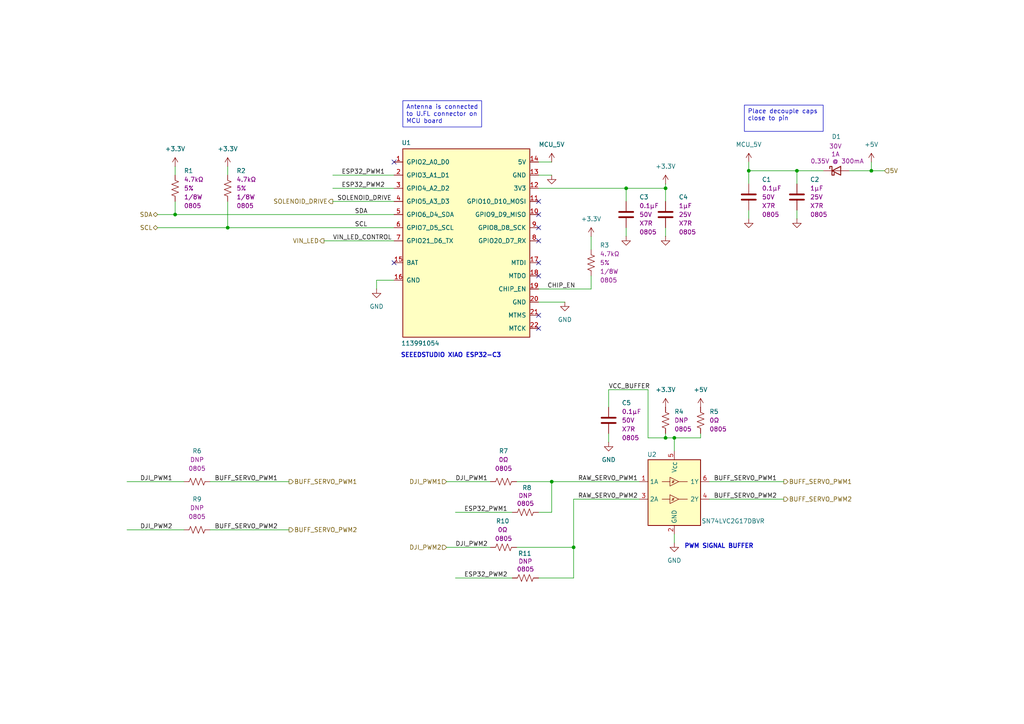
<source format=kicad_sch>
(kicad_sch (version 20231120) (generator "eeschema") (generator_version "8.0")
  (paper "A4")
  (lib_symbols
    (symbol "74xGxx:SN74LVC2G17DBVR"
      (property "Reference" "U" (at -7.874 10.414 0))
      (property "Value" "SN74LVC2G17DBVR" (at -26.67 -9.144 0))
      (symbol "SN74LVC2G17DBVR_1_1"
        (rectangle (start -7.62 8.89) (end 7.62 -10.16) (stroke (width 0.254)) (fill (type background)))
        (polyline (pts (xy -1.27 -2.54) (xy -3.556 -2.54)))
        (polyline (pts (xy -1.27 2.54) (xy -3.556 2.54)))
        (polyline (pts (xy -0.2541 -2.3376) (xy -0.0001 -2.3376)))
        (polyline (pts (xy -0.2258 2.7653) (xy 0.0282 2.7653)))
        (polyline (pts (xy 1.27 -2.54) (xy 3.81 -2.54)))
        (polyline (pts (xy 1.27 2.54) (xy 3.81 2.54)))
        (polyline (pts (xy -1.27 -1.27) (xy 1.27 -2.54) (xy -1.27 -3.81) (xy -1.27 -1.27)))
        (polyline (pts (xy -1.27 3.81) (xy 1.27 2.54) (xy -1.27 1.27) (xy -1.27 3.81)))
        (polyline (pts (xy -0.5081 -2.8456) (xy -0.5081 -2.3376) (xy -0.2541 -2.3376) (xy -0.2541 -2.8456) (xy -0.7621 -2.8456)))
        (polyline (pts (xy -0.4798 2.2573) (xy -0.4798 2.7653) (xy -0.2258 2.7653) (xy -0.2258 2.2573) (xy -0.7338 2.2573)))
        (pin input line (at -10.16 2.54 0) (length 2.54) (name "1A") (number "1"))
        (pin power_in line (at 0 -12.7 90) (length 2.54) (name "GND") (number "2"))
        (pin input line (at -10.16 -2.54 0) (length 2.54) (name "2A") (number "3"))
        (pin output line (at 10.16 -2.54 180) (length 2.54) (name "2Y") (number "4"))
        (pin power_in line (at 0 11.43 270) (length 2.54) (name "V_{CC}") (number "5"))
        (pin output line (at 10.16 2.54 180) (length 2.54) (name "1Y") (number "6"))
      )
    )
    (symbol "Capacitors_MLCC:CL21B104KBCNNNC" (pin_numbers hide) (pin_names (offset 0.254) hide)
      (property "Reference" "C" (at 4.826 4.318 0))
      (property "Capacitance" "0.1µF" (at 4.826 2.286 0))
      (property "Rated Voltage" "50V" (at 4.826 0 0))
      (property "Temperature Coefficient" "X7R" (at 4.826 -2.032 0))
      (property "Package" "0805" (at 4.826 -4.064 0))
      (symbol "CL21B104KBCNNNC_0_1"
        (polyline (pts (xy -2.032 -0.762) (xy 2.032 -0.762)) (stroke (width 0.508)))
        (polyline (pts (xy -2.032 0.762) (xy 2.032 0.762)) (stroke (width 0.508)))
      )
      (symbol "CL21B104KBCNNNC_1_1"
        (pin passive line (at 0 3.81 270) (length 2.794) (name "~") (number "1"))
        (pin passive line (at 0 -3.81 90) (length 2.794) (name "~") (number "2"))
      )
    )
    (symbol "Capacitors_MLCC:CL21B105KAFNNNE" (pin_numbers hide) (pin_names (offset 0.254) hide)
      (property "Reference" "C" (at 4.826 4.318 0))
      (property "Capacitance" "1µF" (at 4.826 2.286 0))
      (property "Rated Voltage" "25V" (at 4.826 0 0))
      (property "Temperature Coefficient" "X7R" (at 4.826 -2.032 0))
      (property "Package" "0805" (at 4.826 -4.064 0))
      (symbol "CL21B105KAFNNNE_0_1"
        (polyline (pts (xy -2.032 -0.762) (xy 2.032 -0.762)) (stroke (width 0.508)))
        (polyline (pts (xy -2.032 0.762) (xy 2.032 0.762)) (stroke (width 0.508)))
      )
      (symbol "CL21B105KAFNNNE_1_1"
        (pin passive line (at 0 3.81 270) (length 2.794) (name "~") (number "1"))
        (pin passive line (at 0 -3.81 90) (length 2.794) (name "~") (number "2"))
      )
    )
    (symbol "Diode:MSS1P3L-M3/89A" (pin_numbers hide) (pin_names (offset 1.016) hide)
      (property "Reference" "D" (at 3.048 2.794 0))
      (property "Voltage - DC Reverse (Vr) (Max) " "30V" (at 2.286 0.762 0))
      (property "Current - Average Rectified (Io) " "1A" (at 2.286 -1.524 0))
      (symbol "MSS1P3L-M3/89A_0_1"
        (polyline (pts (xy 0 -1.27) (xy 0 1.27)))
        (polyline (pts (xy 1.27 -1.27) (xy -1.27 -1.27) (xy 0 1.27) (xy 1.27 -1.27)) (stroke (width 0.254)))
        (polyline (pts (xy 0.635 1.905) (xy 1.27 1.905) (xy 1.27 1.27) (xy -1.27 1.27) (xy -1.27 0.635) (xy -0.635 0.635)) (stroke (width 0.254)))
      )
      (symbol "MSS1P3L-M3/89A_1_1"
        (pin passive line (at 0 3.81 270) (length 2.54) (name "K") (number "1"))
        (pin passive line (at 0 -3.81 90) (length 2.54) (name "A") (number "2"))
      )
    )
    (symbol "MCU_SeeedStudio_XIAO:XIAO-ESP32-C3-SMD" (pin_names (offset 1.016))
      (property "Reference" "U" (at -17.272 17.018 0))
      (property "Value" "113991054" (at -12.7 -41.148 0))
      (symbol "XIAO-ESP32-C3-SMD_1_1"
        (rectangle (start -17.78 15.24) (end 19.05 -39.37) (stroke (width 0.254)) (fill (type background)))
        (pin passive line (at -20.32 11.43 0) (length 2.54) (name "GPIO2_A0_D0") (number "1"))
        (pin passive line (at 21.59 -3.81 180) (length 2.54) (name "GPIO9_D9_MISO") (number "10"))
        (pin passive line (at 21.59 0 180) (length 2.54) (name "GPIO10_D10_MOSI") (number "11"))
        (pin passive line (at 21.59 3.81 180) (length 2.54) (name "3V3") (number "12"))
        (pin passive line (at 21.59 7.62 180) (length 2.54) (name "GND") (number "13"))
        (pin passive line (at 21.59 11.43 180) (length 2.54) (name "5V") (number "14"))
        (pin passive line (at -20.32 -17.78 0) (length 2.54) (name "BAT") (number "15"))
        (pin passive line (at -20.32 -22.86 0) (length 2.54) (name "GND") (number "16"))
        (pin passive line (at 21.59 -17.78 180) (length 2.54) (name "MTDI") (number "17"))
        (pin passive line (at 21.59 -21.59 180) (length 2.54) (name "MTDO") (number "18"))
        (pin passive line (at 21.59 -25.4 180) (length 2.54) (name "CHIP_EN") (number "19"))
        (pin passive line (at -20.32 7.62 0) (length 2.54) (name "GPIO3_A1_D1") (number "2"))
        (pin passive line (at 21.59 -29.21 180) (length 2.54) (name "GND") (number "20"))
        (pin passive line (at 21.59 -33.02 180) (length 2.54) (name "MTMS") (number "21"))
        (pin passive line (at 21.59 -36.83 180) (length 2.54) (name "MTCK") (number "22"))
        (pin passive line (at -20.32 3.81 0) (length 2.54) (name "GPIO4_A2_D2") (number "3"))
        (pin passive line (at -20.32 0 0) (length 2.54) (name "GPIO5_A3_D3") (number "4"))
        (pin passive line (at -20.32 -3.81 0) (length 2.54) (name "GPIO6_D4_SDA") (number "5"))
        (pin passive line (at -20.32 -7.62 0) (length 2.54) (name "GPIO7_D5_SCL") (number "6"))
        (pin passive line (at -20.32 -11.43 0) (length 2.54) (name "GPIO21_D6_TX") (number "7"))
        (pin passive line (at 21.59 -11.43 180) (length 2.54) (name "GPIO20_D7_RX") (number "8"))
        (pin passive line (at 21.59 -7.62 180) (length 2.54) (name "GPIO8_D8_SCK") (number "9"))
      )
    )
    (symbol "Resistors:DNP_0805" (pin_numbers hide) (pin_names (offset 1.016) hide)
      (property "Reference" "R" (at 2.54 3.556 0))
      (property "Resistance" "DNP" (at 2.54 2.032 0))
      (property "Package" "0805" (at 2.54 -3.048 0))
      (symbol "DNP_0805_0_1"
        (polyline (pts (xy 0 -2.286) (xy 0 -2.54)))
        (polyline (pts (xy 0 2.286) (xy 0 2.54)))
        (polyline (pts (xy 0 -0.762) (xy 1.016 -1.143) (xy 0 -1.524) (xy -1.016 -1.905) (xy 0 -2.286)))
        (polyline (pts (xy 0 0.762) (xy 1.016 0.381) (xy 0 0) (xy -1.016 -0.381) (xy 0 -0.762)))
        (polyline (pts (xy 0 2.286) (xy 1.016 1.905) (xy 0 1.524) (xy -1.016 1.143) (xy 0 0.762)))
      )
      (symbol "DNP_0805_1_1"
        (pin passive line (at 0 3.81 270) (length 1.27) (name "~") (number "1"))
        (pin passive line (at 0 -3.81 90) (length 1.27) (name "~") (number "2"))
      )
    )
    (symbol "Resistors:RC0805JR-070RL" (pin_numbers hide) (pin_names (offset 1.016) hide)
      (property "Reference" "R" (at 2.54 3.556 0))
      (property "Resistance" "0Ω" (at 2.54 2.032 0))
      (property "Package" "0805" (at 2.54 -3.048 0))
      (symbol "RC0805JR-070RL_0_1"
        (polyline (pts (xy 0 -2.286) (xy 0 -2.54)))
        (polyline (pts (xy 0 2.286) (xy 0 2.54)))
        (polyline (pts (xy 0 -0.762) (xy 1.016 -1.143) (xy 0 -1.524) (xy -1.016 -1.905) (xy 0 -2.286)))
        (polyline (pts (xy 0 0.762) (xy 1.016 0.381) (xy 0 0) (xy -1.016 -0.381) (xy 0 -0.762)))
        (polyline (pts (xy 0 2.286) (xy 1.016 1.905) (xy 0 1.524) (xy -1.016 1.143) (xy 0 0.762)))
      )
      (symbol "RC0805JR-070RL_1_1"
        (pin passive line (at 0 3.81 270) (length 1.27) (name "~") (number "1"))
        (pin passive line (at 0 -3.81 90) (length 1.27) (name "~") (number "2"))
      )
    )
    (symbol "Resistors:RMCF0805JT4K70" (pin_numbers hide) (pin_names (offset 1.016) hide)
      (property "Reference" "R" (at 2.54 3.556 0))
      (property "Resistance" "4.7kΩ" (at 2.54 2.032 0))
      (property "Tolerance" "5%" (at 2.54 0 0))
      (property "Power" "1/8W" (at 2.54 -2.032 0))
      (property "Package" "0805" (at 2.54 -4.064 0))
      (symbol "RMCF0805JT4K70_0_1"
        (polyline (pts (xy 0 -2.286) (xy 0 -2.54)))
        (polyline (pts (xy 0 2.286) (xy 0 2.54)))
        (polyline (pts (xy 0 -0.762) (xy 1.016 -1.143) (xy 0 -1.524) (xy -1.016 -1.905) (xy 0 -2.286)))
        (polyline (pts (xy 0 0.762) (xy 1.016 0.381) (xy 0 0) (xy -1.016 -0.381) (xy 0 -0.762)))
        (polyline (pts (xy 0 2.286) (xy 1.016 1.905) (xy 0 1.524) (xy -1.016 1.143) (xy 0 0.762)))
      )
      (symbol "RMCF0805JT4K70_1_1"
        (pin passive line (at 0 3.81 270) (length 1.27) (name "~") (number "1"))
        (pin passive line (at 0 -3.81 90) (length 1.27) (name "~") (number "2"))
      )
    )
    (symbol "power:+3.3V" (power) (pin_numbers hide) (pin_names (offset 0) hide)
      (property "Value" "+3.3V" (at 0 3.556 0))
      (symbol "+3.3V_0_1"
        (polyline (pts (xy -0.762 1.27) (xy 0 2.54)))
        (polyline (pts (xy 0 0) (xy 0 2.54)))
        (polyline (pts (xy 0 2.54) (xy 0.762 1.27)))
      )
      (symbol "+3.3V_1_1"
        (pin power_in line (at 0 0 90) (length 0) (name "~") (number "1"))
      )
    )
    (symbol "power:+5V" (power) (pin_numbers hide) (pin_names (offset 0) hide)
      (property "Value" "+5V" (at 0 3.556 0))
      (symbol "+5V_0_1"
        (polyline (pts (xy -0.762 1.27) (xy 0 2.54)))
        (polyline (pts (xy 0 0) (xy 0 2.54)))
        (polyline (pts (xy 0 2.54) (xy 0.762 1.27)))
      )
      (symbol "+5V_1_1"
        (pin power_in line (at 0 0 90) (length 0) (name "~") (number "1"))
      )
    )
    (symbol "power:GND" (power) (pin_numbers hide) (pin_names (offset 0) hide)
      (property "Value" "GND" (at 0 -3.81 0))
      (symbol "GND_0_1"
        (polyline (pts (xy 0 0) (xy 0 -1.27) (xy 1.27 -1.27) (xy 0 -2.54) (xy -1.27 -1.27) (xy 0 -1.27)))
      )
      (symbol "GND_1_1"
        (pin power_in line (at 0 0 270) (length 0) (name "~") (number "1"))
      )
    )
    (symbol "power:MCU_5V" (power) (pin_numbers hide) (pin_names (offset 0) hide)
      (property "Value" "MCU_5V" (at 0 3.556 0))
      (symbol "MCU_5V_0_1"
        (polyline (pts (xy -0.762 1.27) (xy 0 2.54)))
        (polyline (pts (xy 0 0) (xy 0 2.54)))
        (polyline (pts (xy 0 2.54) (xy 0.762 1.27)))
      )
      (symbol "MCU_5V_1_1"
        (pin power_in line (at 0 0 90) (length 0) (name "~") (number "1"))
      )
    )
  )
  (junction (at 217.17 49.53))
  (junction (at 50.8 62.23))
  (junction (at 166.37 158.75))
  (junction (at 252.73 49.53))
  (junction (at 66.04 66.04))
  (junction (at 181.61 54.61))
  (junction (at 160.02 139.7))
  (junction (at 231.14 49.53))
  (junction (at 193.04 127))
  (junction (at 195.58 127))
  (junction (at 193.04 54.61))
  (no_connect (at 114.3 76.2))
  (no_connect (at 156.21 76.2))
  (no_connect (at 156.21 69.85))
  (no_connect (at 114.3 46.99))
  (no_connect (at 156.21 62.23))
  (no_connect (at 156.21 91.44))
  (no_connect (at 156.21 80.01))
  (no_connect (at 156.21 95.25))
  (no_connect (at 156.21 58.42))
  (no_connect (at 156.21 66.04))
  (wire (pts (xy 163.83 87.63) (xy 156.21 87.63)))
  (wire (pts (xy 66.04 48.26) (xy 66.04 50.8)))
  (wire (pts (xy 50.8 48.26) (xy 50.8 50.8)))
  (wire (pts (xy 160.02 139.7) (xy 185.42 139.7)))
  (wire (pts (xy 171.45 80.01) (xy 171.45 83.82)))
  (wire (pts (xy 109.22 81.28) (xy 114.3 81.28)))
  (wire (pts (xy 149.86 158.75) (xy 166.37 158.75)))
  (wire (pts (xy 252.73 46.99) (xy 252.73 49.53)))
  (wire (pts (xy 193.04 53.34) (xy 193.04 54.61)))
  (wire (pts (xy 193.04 66.04) (xy 193.04 68.58)))
  (wire (pts (xy 129.54 158.75) (xy 142.24 158.75)))
  (wire (pts (xy 176.53 113.03) (xy 187.96 113.03)))
  (wire (pts (xy 176.53 118.11) (xy 176.53 113.03)))
  (wire (pts (xy 93.98 69.85) (xy 114.3 69.85)))
  (wire (pts (xy 66.04 66.04) (xy 114.3 66.04)))
  (wire (pts (xy 166.37 144.78) (xy 185.42 144.78)))
  (wire (pts (xy 171.45 68.58) (xy 171.45 72.39)))
  (wire (pts (xy 205.74 139.7) (xy 227.33 139.7)))
  (wire (pts (xy 50.8 62.23) (xy 114.3 62.23)))
  (wire (pts (xy 181.61 54.61) (xy 181.61 58.42)))
  (wire (pts (xy 45.72 62.23) (xy 50.8 62.23)))
  (wire (pts (xy 156.21 148.59) (xy 160.02 148.59)))
  (wire (pts (xy 132.08 167.64) (xy 148.59 167.64)))
  (wire (pts (xy 231.14 49.53) (xy 238.76 49.53)))
  (wire (pts (xy 217.17 46.99) (xy 217.17 49.53)))
  (wire (pts (xy 203.2 125.73) (xy 203.2 127)))
  (wire (pts (xy 114.3 54.61) (xy 96.52 54.61)))
  (wire (pts (xy 156.21 50.8) (xy 160.02 50.8)))
  (wire (pts (xy 217.17 49.53) (xy 231.14 49.53)))
  (wire (pts (xy 205.74 144.78) (xy 227.33 144.78)))
  (wire (pts (xy 96.52 50.8) (xy 114.3 50.8)))
  (wire (pts (xy 156.21 46.99) (xy 160.02 46.99)))
  (wire (pts (xy 160.02 139.7) (xy 160.02 148.59)))
  (wire (pts (xy 156.21 54.61) (xy 181.61 54.61)))
  (wire (pts (xy 181.61 66.04) (xy 181.61 68.58)))
  (wire (pts (xy 217.17 49.53) (xy 217.17 53.34)))
  (wire (pts (xy 181.61 54.61) (xy 193.04 54.61)))
  (wire (pts (xy 96.52 58.42) (xy 114.3 58.42)))
  (wire (pts (xy 187.96 113.03) (xy 187.96 127)))
  (wire (pts (xy 132.08 148.59) (xy 148.59 148.59)))
  (wire (pts (xy 36.83 139.7) (xy 53.34 139.7)))
  (wire (pts (xy 60.96 153.67) (xy 83.82 153.67)))
  (wire (pts (xy 252.73 49.53) (xy 256.54 49.53)))
  (wire (pts (xy 176.53 125.73) (xy 176.53 128.27)))
  (wire (pts (xy 193.04 54.61) (xy 193.04 58.42)))
  (wire (pts (xy 195.58 127) (xy 203.2 127)))
  (wire (pts (xy 231.14 60.96) (xy 231.14 63.5)))
  (wire (pts (xy 166.37 158.75) (xy 166.37 144.78)))
  (wire (pts (xy 252.73 49.53) (xy 246.38 49.53)))
  (wire (pts (xy 195.58 157.48) (xy 195.58 154.94)))
  (wire (pts (xy 149.86 139.7) (xy 160.02 139.7)))
  (wire (pts (xy 187.96 127) (xy 193.04 127)))
  (wire (pts (xy 193.04 127) (xy 193.04 125.73)))
  (wire (pts (xy 45.72 66.04) (xy 66.04 66.04)))
  (wire (pts (xy 129.54 139.7) (xy 142.24 139.7)))
  (wire (pts (xy 217.17 60.96) (xy 217.17 63.5)))
  (wire (pts (xy 195.58 127) (xy 195.58 130.81)))
  (wire (pts (xy 60.96 139.7) (xy 83.82 139.7)))
  (wire (pts (xy 231.14 49.53) (xy 231.14 53.34)))
  (wire (pts (xy 36.83 153.67) (xy 53.34 153.67)))
  (wire (pts (xy 66.04 58.42) (xy 66.04 66.04)))
  (wire (pts (xy 156.21 83.82) (xy 171.45 83.82)))
  (wire (pts (xy 109.22 83.82) (xy 109.22 81.28)))
  (wire (pts (xy 156.21 167.64) (xy 166.37 167.64)))
  (wire (pts (xy 166.37 167.64) (xy 166.37 158.75)))
  (wire (pts (xy 193.04 127) (xy 195.58 127)))
  (wire (pts (xy 50.8 58.42) (xy 50.8 62.23)))
  (text_box "Place decouple caps close to pin" (at 215.9 30.48 0) (size 22.86 7.62) (effects (font (size 1.27 1.27)) (justify left top)))
  (text_box "Antenna is connected to U.FL connector on MCU board" (at 116.84 29.21 0) (size 22.86 7.62) (effects (font (size 1.27 1.27)) (justify left top)))
  (text "SEEEDSTUDIO XIAO ESP32-C3\n" (at 130.81 103.124 0) (effects (font (size 1.27 1.27) (thickness 0.254) (bold yes))))
  (text "PWM SIGNAL BUFFER" (at 208.534 158.496 0) (effects (font (size 1.27 1.27) (bold yes))))
  (label "RAW_SERVO_PWM1" (at 167.64 139.7 0))
  (label "CHIP_EN" (at 158.75 83.82 0))
  (label "BUFF_SERVO_PWM2" (at 207.01 144.78 0))
  (label "BUFF_SERVO_PWM2" (at 62.23 153.67 0))
  (label "ESP32_PWM1" (at 134.62 148.59 0))
  (label "ESP32_PWM1" (at 99.06 50.8 0))
  (label "ESP32_PWM2" (at 99.06 54.61 0))
  (label "SCL" (at 102.87 66.04 0))
  (label "BUFF_SERVO_PWM1" (at 207.01 139.7 0))
  (label "VIN_LED_CONTROL" (at 96.52 69.85 0))
  (label "ESP32_PWM2" (at 134.62 167.64 0))
  (label "DJI_PWM1" (at 132.08 139.7 0))
  (label "SDA" (at 102.87 62.23 0))
  (label "BUFF_SERVO_PWM1" (at 62.23 139.7 0))
  (label "DJI_PWM1" (at 40.64 139.7 0))
  (label "DJI_PWM2" (at 40.64 153.67 0))
  (label "RAW_SERVO_PWM2" (at 167.64 144.78 0))
  (label "VCC_BUFFER" (at 176.53 113.03 0))
  (label "DJI_PWM2" (at 132.08 158.75 0))
  (label "SOLENOID_DRIVE" (at 97.79 58.42 0))
  (hierarchical_label "DJI_PWM1" (shape input) (at 129.54 139.7 180))
  (hierarchical_label "SDA" (shape bidirectional) (at 45.72 62.23 180))
  (hierarchical_label "BUFF_SERVO_PWM1" (shape output) (at 227.33 139.7 0))
  (hierarchical_label "VIN_LED" (shape output) (at 93.98 69.85 180))
  (hierarchical_label "BUFF_SERVO_PWM2" (shape output) (at 83.82 153.67 0))
  (hierarchical_label "BUFF_SERVO_PWM2" (shape output) (at 227.33 144.78 0))
  (hierarchical_label "5V" (shape input) (at 256.54 49.53 0))
  (hierarchical_label "SOLENOID_DRIVE" (shape output) (at 96.52 58.42 180))
  (hierarchical_label "DJI_PWM2" (shape input) (at 129.54 158.75 180))
  (hierarchical_label "BUFF_SERVO_PWM1" (shape output) (at 83.82 139.7 0))
  (hierarchical_label "SCL" (shape bidirectional) (at 45.72 66.04 180))
  (symbol (lib_id "power:GND") (at 109.22 83.82 0) (unit 1)
    (property "Reference" "#PWR027" (effects (hide yes)))
    (property "Value" "GND" (at 109.22 88.9 0))
    (property "Description" "Power symbol creates a global label with name \"GND\" , ground" (effects (hide yes)))
  )
  (symbol (lib_id "Resistors:DNP_0805") (at 152.4 148.59 90) (unit 1)
    (property "Reference" "R8" (at 154.178 141.478 90) (effects (justify left)))
    (property "Value" "DNP 0805" (effects (hide yes)))
    (property "Footprint" "Resistor_SMD:R_0805_2012Metric_Pad1.20x1.40mm_HandSolder" (effects (hide yes)))
    (property "Description" "Res 0805 Do Not Populate" (effects (hide yes)))
    (property "PARTREV" "V.12" (effects (hide yes)))
    (property "STANDARD" "IPC 7351B" (effects (hide yes)))
    (property "MAXIMUM_PACKAGE_HEIGHT" "0.6 mm" (effects (hide yes)))
    (property "MANUFACTURER" "Yageo" (effects (hide yes)))
    (property "Resistance" "DNP" (at 154.432 143.764 90) (effects (justify left)))
    (property "Tolerance" "-" (effects (hide yes)))
    (property "Power" "1/8W" (effects (hide yes)))
    (property "Package" "0805" (at 154.94 146.05 90) (effects (justify left)))
  )
  (symbol (lib_id "power:MCU_5V") (at 217.17 46.99 0) (unit 1)
    (property "Reference" "#PWR016" (effects (hide yes)))
    (property "Value" "MCU_5V" (at 217.17 41.91 0))
  )
  (symbol (lib_id "Capacitors_MLCC:CL21B105KAFNNNE") (at 231.14 57.15 0) (unit 1)
    (property "Reference" "C2" (at 234.95 52.0699 0) (effects (justify left)))
    (property "Value" "CL21B105KAFNNNE" (effects (hide yes)))
    (property "Footprint" "Capacitor_SMD:C_0805_2012Metric_Pad1.18x1.45mm_HandSolder" (effects (hide yes)))
    (property "Description" "CAP CER 1UF 25V X7R 0805" (effects (hide yes)))
    (property "Capacitance" "1µF" (at 234.95 54.6099 0) (effects (justify left)))
    (property "Rated Voltage" "25V" (at 234.95 57.1499 0) (effects (justify left)))
    (property "Temperature Coefficient" "X7R" (at 234.95 59.6899 0) (effects (justify left)))
    (property "Package" "0805" (at 234.95 62.2299 0) (effects (justify left)))
  )
  (symbol (lib_id "power:+3.3V") (at 193.04 118.11 0) (unit 1)
    (property "Reference" "#PWR029" (effects (hide yes)))
    (property "Value" "+3.3V" (at 193.04 113.03 0))
    (property "Description" "Power symbol creates a global label with name \"+3.3V\"" (effects (hide yes)))
  )
  (symbol (lib_id "power:GND") (at 217.17 63.5 0) (unit 1)
    (property "Reference" "#PWR022" (effects (hide yes)))
    (property "Value" "GND" (effects (hide yes)))
    (property "Description" "Power symbol creates a global label with name \"GND\" , ground" (effects (hide yes)))
  )
  (symbol (lib_id "power:+5V") (at 203.2 118.11 0) (unit 1)
    (property "Reference" "#PWR030" (effects (hide yes)))
    (property "Value" "+5V" (at 203.2 113.03 0))
    (property "Description" "Power symbol creates a global label with name \"+5V\"" (effects (hide yes)))
  )
  (symbol (lib_id "power:+3.3V") (at 50.8 48.26 0) (unit 1)
    (property "Reference" "#PWR018" (effects (hide yes)))
    (property "Value" "+3.3V" (at 50.8 43.18 0))
    (property "Description" "Power symbol creates a global label with name \"+3.3V\"" (effects (hide yes)))
  )
  (symbol (lib_id "74xGxx:SN74LVC2G17DBVR") (at 195.58 142.24 0) (unit 1)
    (property "Reference" "U2" (at 187.706 131.826 0) (effects (justify left)))
    (property "Value" "SN74LVC2G17DBVR" (at 203.454 151.13 0) (effects (justify left)))
    (property "Footprint" "Package_TO_SOT_SMD:SOT-23-6" (effects (hide yes)))
    (property "Description" "IC BUF NON-INVERT 5.5V SOT23-6" (effects (hide yes)))
  )
  (symbol (lib_id "Resistors:DNP_0805") (at 193.04 121.92 0) (unit 1)
    (property "Reference" "R4" (at 195.58 119.3799 0) (effects (justify left)))
    (property "Value" "DNP 0805" (effects (hide yes)))
    (property "Footprint" "Resistor_SMD:R_0805_2012Metric_Pad1.20x1.40mm_HandSolder" (effects (hide yes)))
    (property "Description" "Res 0805 Do Not Populate" (effects (hide yes)))
    (property "PARTREV" "V.12" (effects (hide yes)))
    (property "STANDARD" "IPC 7351B" (effects (hide yes)))
    (property "MAXIMUM_PACKAGE_HEIGHT" "0.6 mm" (effects (hide yes)))
    (property "MANUFACTURER" "Yageo" (effects (hide yes)))
    (property "Resistance" "DNP" (at 195.58 121.9199 0) (effects (justify left)))
    (property "Tolerance" "-" (effects (hide yes)))
    (property "Power" "1/8W" (effects (hide yes)))
    (property "Package" "0805" (at 195.58 124.4599 0) (effects (justify left)))
  )
  (symbol (lib_id "power:+3.3V") (at 66.04 48.26 0) (unit 1)
    (property "Reference" "#PWR019" (effects (hide yes)))
    (property "Value" "+3.3V" (at 66.04 43.18 0))
    (property "Description" "Power symbol creates a global label with name \"+3.3V\"" (effects (hide yes)))
  )
  (symbol (lib_id "Capacitors_MLCC:CL21B104KBCNNNC") (at 181.61 62.23 0) (unit 1)
    (property "Reference" "C3" (at 185.42 57.1499 0) (effects (justify left)))
    (property "Value" "CL21B104KBCNNNC" (effects (hide yes)))
    (property "Footprint" "Capacitor_SMD:C_0805_2012Metric_Pad1.18x1.45mm_HandSolder" (effects (hide yes)))
    (property "Description" "CAP CER 0.1UF 50V X7R 0805" (effects (hide yes)))
    (property "Capacitance" "0.1µF" (at 185.42 59.6899 0) (effects (justify left)))
    (property "Rated Voltage" "50V" (at 185.42 62.2299 0) (effects (justify left)))
    (property "Temperature Coefficient" "X7R" (at 185.42 64.7699 0) (effects (justify left)))
    (property "Package" "0805" (at 185.42 67.3099 0) (effects (justify left)))
  )
  (symbol (lib_id "power:GND") (at 193.04 68.58 0) (unit 1)
    (property "Reference" "#PWR026" (effects (hide yes)))
    (property "Value" "GND" (effects (hide yes)))
    (property "Description" "Power symbol creates a global label with name \"GND\" , ground" (effects (hide yes)))
  )
  (symbol (lib_id "power:GND") (at 176.53 128.27 0) (unit 1)
    (property "Reference" "#PWR031" (effects (hide yes)))
    (property "Value" "GND" (at 176.53 133.35 0))
    (property "Description" "Power symbol creates a global label with name \"GND\" , ground" (effects (hide yes)))
  )
  (symbol (lib_id "Capacitors_MLCC:CL21B104KBCNNNC") (at 176.53 121.92 0) (unit 1)
    (property "Reference" "C5" (at 180.34 116.8399 0) (effects (justify left)))
    (property "Value" "CL21B104KBCNNNC" (effects (hide yes)))
    (property "Footprint" "Capacitor_SMD:C_0805_2012Metric_Pad1.18x1.45mm_HandSolder" (effects (hide yes)))
    (property "Description" "CAP CER 0.1UF 50V X7R 0805" (effects (hide yes)))
    (property "Capacitance" "0.1µF" (at 180.34 119.3799 0) (effects (justify left)))
    (property "Rated Voltage" "50V" (at 180.34 121.9199 0) (effects (justify left)))
    (property "Temperature Coefficient" "X7R" (at 180.34 124.4599 0) (effects (justify left)))
    (property "Package" "0805" (at 180.34 126.9999 0) (effects (justify left)))
  )
  (symbol (lib_id "Resistors:DNP_0805") (at 152.4 167.64 90) (unit 1)
    (property "Reference" "R11" (at 154.178 160.528 90) (effects (justify left)))
    (property "Value" "DNP 0805" (effects (hide yes)))
    (property "Footprint" "Resistor_SMD:R_0805_2012Metric_Pad1.20x1.40mm_HandSolder" (effects (hide yes)))
    (property "Description" "Res 0805 Do Not Populate" (effects (hide yes)))
    (property "PARTREV" "V.12" (effects (hide yes)))
    (property "STANDARD" "IPC 7351B" (effects (hide yes)))
    (property "MAXIMUM_PACKAGE_HEIGHT" "0.6 mm" (effects (hide yes)))
    (property "MANUFACTURER" "Yageo" (effects (hide yes)))
    (property "Resistance" "DNP" (at 154.432 162.814 90) (effects (justify left)))
    (property "Tolerance" "-" (effects (hide yes)))
    (property "Power" "1/8W" (effects (hide yes)))
    (property "Package" "0805" (at 154.94 165.1 90) (effects (justify left)))
  )
  (symbol (lib_id "power:MCU_5V") (at 160.02 46.99 0) (unit 1)
    (property "Reference" "#PWR015" (effects (hide yes)))
    (property "Value" "MCU_5V" (at 160.02 41.91 0))
  )
  (symbol (lib_id "power:+3.3V") (at 193.04 53.34 0) (unit 1)
    (property "Reference" "#PWR021" (effects (hide yes)))
    (property "Value" "+3.3V" (at 193.04 48.26 0))
    (property "Description" "Power symbol creates a global label with name \"+3.3V\"" (effects (hide yes)))
  )
  (symbol (lib_id "Resistors:RMCF0805JT4K70") (at 171.45 76.2 0) (unit 1)
    (property "Reference" "R3" (at 173.99 71.1199 0) (effects (justify left)))
    (property "Value" "RMCF0805JT4K70" (effects (hide yes)))
    (property "Footprint" "Resistor_SMD:R_0805_2012Metric_Pad1.20x1.40mm_HandSolder" (effects (hide yes)))
    (property "Description" "RES 4.7K OHM 5% 1/8W 0805" (effects (hide yes)))
    (property "PARTREV" "V.12" (effects (hide yes)))
    (property "STANDARD" "IPC 7351B" (effects (hide yes)))
    (property "MAXIMUM_PACKAGE_HEIGHT" "0.6 mm" (effects (hide yes)))
    (property "MANUFACTURER" "Yageo" (effects (hide yes)))
    (property "Resistance" "4.7kΩ" (at 173.99 73.6599 0) (effects (justify left)))
    (property "Tolerance" "5%" (at 173.99 76.1999 0) (effects (justify left)))
    (property "Power" "1/8W" (at 173.99 78.7399 0) (effects (justify left)))
    (property "Package" "0805" (at 173.99 81.2799 0) (effects (justify left)))
  )
  (symbol (lib_id "power:+3.3V") (at 171.45 68.58 0) (unit 1)
    (property "Reference" "#PWR024" (effects (hide yes)))
    (property "Value" "+3.3V" (at 171.45 63.5 0))
    (property "Description" "Power symbol creates a global label with name \"+3.3V\"" (effects (hide yes)))
  )
  (symbol (lib_id "Resistors:RC0805JR-070RL") (at 203.2 121.92 0) (unit 1)
    (property "Reference" "R5" (at 205.74 119.3799 0) (effects (justify left)))
    (property "Value" "RC0805JR-070RL" (effects (hide yes)))
    (property "Footprint" "Resistor_SMD:R_0805_2012Metric_Pad1.20x1.40mm_HandSolder" (effects (hide yes)))
    (property "Description" "RES 0 OHM JUMPER 1/8W 0805" (effects (hide yes)))
    (property "PARTREV" "V.12" (effects (hide yes)))
    (property "STANDARD" "IPC 7351B" (effects (hide yes)))
    (property "MAXIMUM_PACKAGE_HEIGHT" "0.6 mm" (effects (hide yes)))
    (property "MANUFACTURER" "Yageo" (effects (hide yes)))
    (property "Resistance" "0Ω" (at 205.74 121.9199 0) (effects (justify left)))
    (property "Tolerance" "-" (effects (hide yes)))
    (property "Power" "1/8W" (effects (hide yes)))
    (property "Package" "0805" (at 205.74 124.4599 0) (effects (justify left)))
  )
  (symbol (lib_id "Resistors:DNP_0805") (at 57.15 139.7 90) (unit 1)
    (property "Reference" "R6" (at 57.15 130.81 90))
    (property "Value" "DNP 0805" (effects (hide yes)))
    (property "Footprint" "Resistor_SMD:R_0805_2012Metric_Pad1.20x1.40mm_HandSolder" (effects (hide yes)))
    (property "Description" "Res 0805 Do Not Populate" (effects (hide yes)))
    (property "PARTREV" "V.12" (effects (hide yes)))
    (property "STANDARD" "IPC 7351B" (effects (hide yes)))
    (property "MAXIMUM_PACKAGE_HEIGHT" "0.6 mm" (effects (hide yes)))
    (property "MANUFACTURER" "Yageo" (effects (hide yes)))
    (property "Resistance" "DNP" (at 57.15 133.35 90))
    (property "Tolerance" "-" (effects (hide yes)))
    (property "Power" "1/8W" (effects (hide yes)))
    (property "Package" "0805" (at 57.15 135.89 90))
  )
  (symbol (lib_id "Capacitors_MLCC:CL21B105KAFNNNE") (at 193.04 62.23 0) (unit 1)
    (property "Reference" "C4" (at 196.85 57.1499 0) (effects (justify left)))
    (property "Value" "CL21B105KAFNNNE" (effects (hide yes)))
    (property "Footprint" "Capacitor_SMD:C_0805_2012Metric_Pad1.18x1.45mm_HandSolder" (effects (hide yes)))
    (property "Description" "CAP CER 1UF 25V X7R 0805" (effects (hide yes)))
    (property "Capacitance" "1µF" (at 196.85 59.6899 0) (effects (justify left)))
    (property "Rated Voltage" "25V" (at 196.85 62.2299 0) (effects (justify left)))
    (property "Temperature Coefficient" "X7R" (at 196.85 64.7699 0) (effects (justify left)))
    (property "Package" "0805" (at 196.85 67.3099 0) (effects (justify left)))
  )
  (symbol (lib_id "MCU_SeeedStudio_XIAO:XIAO-ESP32-C3-SMD") (at 134.62 58.42 0) (unit 1)
    (property "Reference" "U1" (at 117.856 41.402 0))
    (property "Value" "113991054" (at 121.92 99.568 0))
    (property "Footprint" "SeeedStudio:XIAO-ESP32C3-SMD" (effects (hide yes)))
    (property "Description" "SEEEDSTUDIO XIAO ESP32C3 NO HDRS" (effects (hide yes)))
    (property "Other Name" "XIAO-ESP32-C3-SMD" (effects (hide yes)))
  )
  (symbol (lib_id "Capacitors_MLCC:CL21B104KBCNNNC") (at 217.17 57.15 0) (unit 1)
    (property "Reference" "C1" (at 220.98 52.0699 0) (effects (justify left)))
    (property "Value" "CL21B104KBCNNNC" (effects (hide yes)))
    (property "Footprint" "Capacitor_SMD:C_0805_2012Metric_Pad1.18x1.45mm_HandSolder" (effects (hide yes)))
    (property "Description" "CAP CER 0.1UF 50V X7R 0805" (effects (hide yes)))
    (property "Capacitance" "0.1µF" (at 220.98 54.6099 0) (effects (justify left)))
    (property "Rated Voltage" "50V" (at 220.98 57.1499 0) (effects (justify left)))
    (property "Temperature Coefficient" "X7R" (at 220.98 59.6899 0) (effects (justify left)))
    (property "Package" "0805" (at 220.98 62.2299 0) (effects (justify left)))
  )
  (symbol (lib_id "Resistors:RC0805JR-070RL") (at 146.05 158.75 90) (unit 1)
    (property "Reference" "R10" (at 145.796 151.13 90))
    (property "Value" "RC0805JR-070RL" (effects (hide yes)))
    (property "Footprint" "Resistor_SMD:R_0805_2012Metric_Pad1.20x1.40mm_HandSolder" (effects (hide yes)))
    (property "Description" "RES 0 OHM JUMPER 1/8W 0805" (effects (hide yes)))
    (property "PARTREV" "V.12" (effects (hide yes)))
    (property "STANDARD" "IPC 7351B" (effects (hide yes)))
    (property "MAXIMUM_PACKAGE_HEIGHT" "0.6 mm" (effects (hide yes)))
    (property "MANUFACTURER" "Yageo" (effects (hide yes)))
    (property "Resistance" "0Ω" (at 145.796 153.67 90))
    (property "Tolerance" "-" (effects (hide yes)))
    (property "Power" "1/8W" (effects (hide yes)))
    (property "Package" "0805" (at 146.05 156.21 90))
  )
  (symbol (lib_id "power:GND") (at 160.02 50.8 0) (unit 1)
    (property "Reference" "#PWR020" (effects (hide yes)))
    (property "Value" "GND" (effects (hide yes)))
    (property "Description" "Power symbol creates a global label with name \"GND\" , ground" (effects (hide yes)))
  )
  (symbol (lib_id "power:+5V") (at 252.73 46.99 0) (unit 1)
    (property "Reference" "#PWR017" (effects (hide yes)))
    (property "Value" "+5V" (at 252.73 41.91 0))
    (property "Description" "Power symbol creates a global label with name \"+5V\"" (effects (hide yes)))
  )
  (symbol (lib_id "power:GND") (at 181.61 68.58 0) (unit 1)
    (property "Reference" "#PWR025" (effects (hide yes)))
    (property "Value" "GND" (effects (hide yes)))
    (property "Description" "Power symbol creates a global label with name \"GND\" , ground" (effects (hide yes)))
  )
  (symbol (lib_id "Resistors:RC0805JR-070RL") (at 146.05 139.7 90) (unit 1)
    (property "Reference" "R7" (at 146.05 130.81 90))
    (property "Value" "RC0805JR-070RL" (effects (hide yes)))
    (property "Footprint" "Resistor_SMD:R_0805_2012Metric_Pad1.20x1.40mm_HandSolder" (effects (hide yes)))
    (property "Description" "RES 0 OHM JUMPER 1/8W 0805" (effects (hide yes)))
    (property "PARTREV" "V.12" (effects (hide yes)))
    (property "STANDARD" "IPC 7351B" (effects (hide yes)))
    (property "MAXIMUM_PACKAGE_HEIGHT" "0.6 mm" (effects (hide yes)))
    (property "MANUFACTURER" "Yageo" (effects (hide yes)))
    (property "Resistance" "0Ω" (at 146.05 133.35 90))
    (property "Tolerance" "-" (effects (hide yes)))
    (property "Power" "1/8W" (effects (hide yes)))
    (property "Package" "0805" (at 146.05 135.89 90))
  )
  (symbol (lib_id "power:GND") (at 195.58 157.48 0) (unit 1)
    (property "Reference" "#PWR032" (effects (hide yes)))
    (property "Value" "GND" (at 195.58 162.56 0))
    (property "Description" "Power symbol creates a global label with name \"GND\" , ground" (effects (hide yes)))
  )
  (symbol (lib_id "power:GND") (at 163.83 87.63 0) (unit 1)
    (property "Reference" "#PWR028" (effects (hide yes)))
    (property "Value" "GND" (at 163.83 92.71 0))
    (property "Description" "Power symbol creates a global label with name \"GND\" , ground" (effects (hide yes)))
  )
  (symbol (lib_id "Resistors:RMCF0805JT4K70") (at 50.8 54.61 0) (unit 1)
    (property "Reference" "R1" (at 53.34 49.5299 0) (effects (justify left)))
    (property "Value" "RMCF0805JT4K70" (effects (hide yes)))
    (property "Footprint" "Resistor_SMD:R_0805_2012Metric_Pad1.20x1.40mm_HandSolder" (effects (hide yes)))
    (property "Description" "RES 4.7K OHM 5% 1/8W 0805" (effects (hide yes)))
    (property "PARTREV" "V.12" (effects (hide yes)))
    (property "STANDARD" "IPC 7351B" (effects (hide yes)))
    (property "MAXIMUM_PACKAGE_HEIGHT" "0.6 mm" (effects (hide yes)))
    (property "MANUFACTURER" "Yageo" (effects (hide yes)))
    (property "Resistance" "4.7kΩ" (at 53.34 52.0699 0) (effects (justify left)))
    (property "Tolerance" "5%" (at 53.34 54.6099 0) (effects (justify left)))
    (property "Power" "1/8W" (at 53.34 57.1499 0) (effects (justify left)))
    (property "Package" "0805" (at 53.34 59.6899 0) (effects (justify left)))
  )
  (symbol (lib_id "Resistors:RMCF0805JT4K70") (at 66.04 54.61 0) (unit 1)
    (property "Reference" "R2" (at 68.58 49.5299 0) (effects (justify left)))
    (property "Value" "RMCF0805JT4K70" (effects (hide yes)))
    (property "Footprint" "Resistor_SMD:R_0805_2012Metric_Pad1.20x1.40mm_HandSolder" (effects (hide yes)))
    (property "Description" "RES 4.7K OHM 5% 1/8W 0805" (effects (hide yes)))
    (property "PARTREV" "V.12" (effects (hide yes)))
    (property "STANDARD" "IPC 7351B" (effects (hide yes)))
    (property "MAXIMUM_PACKAGE_HEIGHT" "0.6 mm" (effects (hide yes)))
    (property "MANUFACTURER" "Yageo" (effects (hide yes)))
    (property "Resistance" "4.7kΩ" (at 68.58 52.0699 0) (effects (justify left)))
    (property "Tolerance" "5%" (at 68.58 54.6099 0) (effects (justify left)))
    (property "Power" "1/8W" (at 68.58 57.1499 0) (effects (justify left)))
    (property "Package" "0805" (at 68.58 59.6899 0) (effects (justify left)))
  )
  (symbol (lib_id "Diode:MSS1P3L-M3/89A") (at 242.57 49.53 90) (unit 1)
    (property "Reference" "D1" (at 242.57 39.624 90))
    (property "Value" "MSS1P3L-M3/89A" (effects (hide yes)))
    (property "Footprint" "Diode_SMD:D_MicroSMP_AK_MSS1P3L-M3_89A" (effects (hide yes)))
    (property "Description" "DIODE SCHOTTKY 30V 1A DO219AD" (effects (hide yes)))
    (property "Technology" "Schottky" (effects (hide yes)))
    (property "Voltage - DC Reverse (Vr) (Max) " "30V" (at 242.316 42.418 90))
    (property "Current - Average Rectified (Io) " "1A" (at 242.316 44.704 90))
    (property "Forward Voltage Drop @ I_forward" "0.35V @ 300mA" (at 242.824 46.736 90))
  )
  (symbol (lib_id "power:GND") (at 231.14 63.5 0) (unit 1)
    (property "Reference" "#PWR023" (effects (hide yes)))
    (property "Value" "GND" (effects (hide yes)))
    (property "Description" "Power symbol creates a global label with name \"GND\" , ground" (effects (hide yes)))
  )
  (symbol (lib_id "Resistors:DNP_0805") (at 57.15 153.67 90) (unit 1)
    (property "Reference" "R9" (at 57.15 144.78 90))
    (property "Value" "DNP 0805" (effects (hide yes)))
    (property "Footprint" "Resistor_SMD:R_0805_2012Metric_Pad1.20x1.40mm_HandSolder" (effects (hide yes)))
    (property "Description" "Res 0805 Do Not Populate" (effects (hide yes)))
    (property "PARTREV" "V.12" (effects (hide yes)))
    (property "STANDARD" "IPC 7351B" (effects (hide yes)))
    (property "MAXIMUM_PACKAGE_HEIGHT" "0.6 mm" (effects (hide yes)))
    (property "MANUFACTURER" "Yageo" (effects (hide yes)))
    (property "Resistance" "DNP" (at 57.15 147.32 90))
    (property "Tolerance" "-" (effects (hide yes)))
    (property "Power" "1/8W" (effects (hide yes)))
    (property "Package" "0805" (at 57.15 149.86 90))
  )
)
</source>
